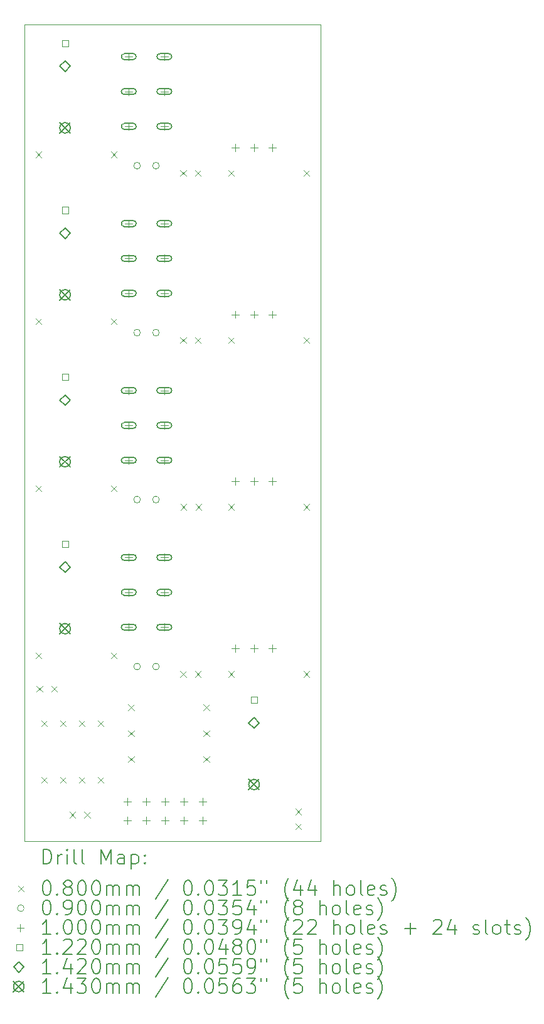
<source format=gbr>
%FSLAX45Y45*%
G04 Gerber Fmt 4.5, Leading zero omitted, Abs format (unit mm)*
G04 Created by KiCad (PCBNEW (6.0.0)) date 2022-07-06 19:49:20*
%MOMM*%
%LPD*%
G01*
G04 APERTURE LIST*
%TA.AperFunction,Profile*%
%ADD10C,0.050000*%
%TD*%
%ADD11C,0.200000*%
%ADD12C,0.080000*%
%ADD13C,0.090000*%
%ADD14C,0.100000*%
%ADD15C,0.122000*%
%ADD16C,0.142000*%
%ADD17C,0.143000*%
G04 APERTURE END LIST*
D10*
X10500000Y-5100000D02*
X10500000Y-16100000D01*
X6500000Y-16100000D02*
X10500000Y-16100000D01*
X6500000Y-5100000D02*
X10500000Y-5100000D01*
X6500000Y-5100000D02*
X6500000Y-16100000D01*
D11*
D12*
X6652000Y-6810000D02*
X6732000Y-6890000D01*
X6732000Y-6810000D02*
X6652000Y-6890000D01*
X6652000Y-9060000D02*
X6732000Y-9140000D01*
X6732000Y-9060000D02*
X6652000Y-9140000D01*
X6652000Y-11310000D02*
X6732000Y-11390000D01*
X6732000Y-11310000D02*
X6652000Y-11390000D01*
X6652000Y-13560000D02*
X6732000Y-13640000D01*
X6732000Y-13560000D02*
X6652000Y-13640000D01*
X6664489Y-14010000D02*
X6744489Y-14090000D01*
X6744489Y-14010000D02*
X6664489Y-14090000D01*
X6730000Y-14478000D02*
X6810000Y-14558000D01*
X6810000Y-14478000D02*
X6730000Y-14558000D01*
X6730000Y-15240000D02*
X6810000Y-15320000D01*
X6810000Y-15240000D02*
X6730000Y-15320000D01*
X6864489Y-14010000D02*
X6944489Y-14090000D01*
X6944489Y-14010000D02*
X6864489Y-14090000D01*
X6984000Y-14478000D02*
X7064000Y-14558000D01*
X7064000Y-14478000D02*
X6984000Y-14558000D01*
X6984000Y-15240000D02*
X7064000Y-15320000D01*
X7064000Y-15240000D02*
X6984000Y-15320000D01*
X7110000Y-15710000D02*
X7190000Y-15790000D01*
X7190000Y-15710000D02*
X7110000Y-15790000D01*
X7238000Y-14478000D02*
X7318000Y-14558000D01*
X7318000Y-14478000D02*
X7238000Y-14558000D01*
X7238000Y-15240000D02*
X7318000Y-15320000D01*
X7318000Y-15240000D02*
X7238000Y-15320000D01*
X7310000Y-15710000D02*
X7390000Y-15790000D01*
X7390000Y-15710000D02*
X7310000Y-15790000D01*
X7492000Y-14478000D02*
X7572000Y-14558000D01*
X7572000Y-14478000D02*
X7492000Y-14558000D01*
X7492000Y-15240000D02*
X7572000Y-15320000D01*
X7572000Y-15240000D02*
X7492000Y-15320000D01*
X7668000Y-6810000D02*
X7748000Y-6890000D01*
X7748000Y-6810000D02*
X7668000Y-6890000D01*
X7668000Y-9060000D02*
X7748000Y-9140000D01*
X7748000Y-9060000D02*
X7668000Y-9140000D01*
X7668000Y-11310000D02*
X7748000Y-11390000D01*
X7748000Y-11310000D02*
X7668000Y-11390000D01*
X7668000Y-13560000D02*
X7748000Y-13640000D01*
X7748000Y-13560000D02*
X7668000Y-13640000D01*
X7902000Y-14260000D02*
X7982000Y-14340000D01*
X7982000Y-14260000D02*
X7902000Y-14340000D01*
X7902000Y-14610000D02*
X7982000Y-14690000D01*
X7982000Y-14610000D02*
X7902000Y-14690000D01*
X7902000Y-14960000D02*
X7982000Y-15040000D01*
X7982000Y-14960000D02*
X7902000Y-15040000D01*
X8605511Y-9310000D02*
X8685511Y-9390000D01*
X8685511Y-9310000D02*
X8605511Y-9390000D01*
X8605511Y-13810000D02*
X8685511Y-13890000D01*
X8685511Y-13810000D02*
X8605511Y-13890000D01*
X8605511Y-7060000D02*
X8685511Y-7140000D01*
X8685511Y-7060000D02*
X8605511Y-7140000D01*
X8610000Y-11560000D02*
X8690000Y-11640000D01*
X8690000Y-11560000D02*
X8610000Y-11640000D01*
X8805511Y-9310000D02*
X8885511Y-9390000D01*
X8885511Y-9310000D02*
X8805511Y-9390000D01*
X8805511Y-13810000D02*
X8885511Y-13890000D01*
X8885511Y-13810000D02*
X8805511Y-13890000D01*
X8805511Y-7060000D02*
X8885511Y-7140000D01*
X8885511Y-7060000D02*
X8805511Y-7140000D01*
X8810000Y-11560000D02*
X8890000Y-11640000D01*
X8890000Y-11560000D02*
X8810000Y-11640000D01*
X8918000Y-14260000D02*
X8998000Y-14340000D01*
X8998000Y-14260000D02*
X8918000Y-14340000D01*
X8918000Y-14610000D02*
X8998000Y-14690000D01*
X8998000Y-14610000D02*
X8918000Y-14690000D01*
X8918000Y-14960000D02*
X8998000Y-15040000D01*
X8998000Y-14960000D02*
X8918000Y-15040000D01*
X9252000Y-7060000D02*
X9332000Y-7140000D01*
X9332000Y-7060000D02*
X9252000Y-7140000D01*
X9252000Y-9310000D02*
X9332000Y-9390000D01*
X9332000Y-9310000D02*
X9252000Y-9390000D01*
X9252000Y-11560000D02*
X9332000Y-11640000D01*
X9332000Y-11560000D02*
X9252000Y-11640000D01*
X9252000Y-13810000D02*
X9332000Y-13890000D01*
X9332000Y-13810000D02*
X9252000Y-13890000D01*
X10160000Y-15664489D02*
X10240000Y-15744489D01*
X10240000Y-15664489D02*
X10160000Y-15744489D01*
X10160000Y-15864489D02*
X10240000Y-15944489D01*
X10240000Y-15864489D02*
X10160000Y-15944489D01*
X10268000Y-7060000D02*
X10348000Y-7140000D01*
X10348000Y-7060000D02*
X10268000Y-7140000D01*
X10268000Y-9310000D02*
X10348000Y-9390000D01*
X10348000Y-9310000D02*
X10268000Y-9390000D01*
X10268000Y-11560000D02*
X10348000Y-11640000D01*
X10348000Y-11560000D02*
X10268000Y-11640000D01*
X10268000Y-13810000D02*
X10348000Y-13890000D01*
X10348000Y-13810000D02*
X10268000Y-13890000D01*
D13*
X8067500Y-7000000D02*
G75*
G03*
X8067500Y-7000000I-45000J0D01*
G01*
X8067500Y-9250000D02*
G75*
G03*
X8067500Y-9250000I-45000J0D01*
G01*
X8067500Y-11500000D02*
G75*
G03*
X8067500Y-11500000I-45000J0D01*
G01*
X8067500Y-13750000D02*
G75*
G03*
X8067500Y-13750000I-45000J0D01*
G01*
X8321500Y-7000000D02*
G75*
G03*
X8321500Y-7000000I-45000J0D01*
G01*
X8321500Y-9250000D02*
G75*
G03*
X8321500Y-9250000I-45000J0D01*
G01*
X8321500Y-11500000D02*
G75*
G03*
X8321500Y-11500000I-45000J0D01*
G01*
X8321500Y-13750000D02*
G75*
G03*
X8321500Y-13750000I-45000J0D01*
G01*
D14*
X7892500Y-15522500D02*
X7892500Y-15622500D01*
X7842500Y-15572500D02*
X7942500Y-15572500D01*
X7892500Y-15776500D02*
X7892500Y-15876500D01*
X7842500Y-15826500D02*
X7942500Y-15826500D01*
X7910000Y-5480000D02*
X7910000Y-5580000D01*
X7860000Y-5530000D02*
X7960000Y-5530000D01*
D11*
X7970000Y-5490000D02*
X7850000Y-5490000D01*
X7970000Y-5570000D02*
X7850000Y-5570000D01*
X7850000Y-5490000D02*
G75*
G03*
X7850000Y-5570000I0J-40000D01*
G01*
X7970000Y-5570000D02*
G75*
G03*
X7970000Y-5490000I0J40000D01*
G01*
D14*
X7910000Y-5950000D02*
X7910000Y-6050000D01*
X7860000Y-6000000D02*
X7960000Y-6000000D01*
D11*
X7970000Y-5960000D02*
X7850000Y-5960000D01*
X7970000Y-6040000D02*
X7850000Y-6040000D01*
X7850000Y-5960000D02*
G75*
G03*
X7850000Y-6040000I0J-40000D01*
G01*
X7970000Y-6040000D02*
G75*
G03*
X7970000Y-5960000I0J40000D01*
G01*
D14*
X7910000Y-6420000D02*
X7910000Y-6520000D01*
X7860000Y-6470000D02*
X7960000Y-6470000D01*
D11*
X7970000Y-6430000D02*
X7850000Y-6430000D01*
X7970000Y-6510000D02*
X7850000Y-6510000D01*
X7850000Y-6430000D02*
G75*
G03*
X7850000Y-6510000I0J-40000D01*
G01*
X7970000Y-6510000D02*
G75*
G03*
X7970000Y-6430000I0J40000D01*
G01*
D14*
X7910000Y-7730000D02*
X7910000Y-7830000D01*
X7860000Y-7780000D02*
X7960000Y-7780000D01*
D11*
X7970000Y-7740000D02*
X7850000Y-7740000D01*
X7970000Y-7820000D02*
X7850000Y-7820000D01*
X7850000Y-7740000D02*
G75*
G03*
X7850000Y-7820000I0J-40000D01*
G01*
X7970000Y-7820000D02*
G75*
G03*
X7970000Y-7740000I0J40000D01*
G01*
D14*
X7910000Y-8200000D02*
X7910000Y-8300000D01*
X7860000Y-8250000D02*
X7960000Y-8250000D01*
D11*
X7970000Y-8210000D02*
X7850000Y-8210000D01*
X7970000Y-8290000D02*
X7850000Y-8290000D01*
X7850000Y-8210000D02*
G75*
G03*
X7850000Y-8290000I0J-40000D01*
G01*
X7970000Y-8290000D02*
G75*
G03*
X7970000Y-8210000I0J40000D01*
G01*
D14*
X7910000Y-8670000D02*
X7910000Y-8770000D01*
X7860000Y-8720000D02*
X7960000Y-8720000D01*
D11*
X7970000Y-8680000D02*
X7850000Y-8680000D01*
X7970000Y-8760000D02*
X7850000Y-8760000D01*
X7850000Y-8680000D02*
G75*
G03*
X7850000Y-8760000I0J-40000D01*
G01*
X7970000Y-8760000D02*
G75*
G03*
X7970000Y-8680000I0J40000D01*
G01*
D14*
X7910000Y-9980000D02*
X7910000Y-10080000D01*
X7860000Y-10030000D02*
X7960000Y-10030000D01*
D11*
X7970000Y-9990000D02*
X7850000Y-9990000D01*
X7970000Y-10070000D02*
X7850000Y-10070000D01*
X7850000Y-9990000D02*
G75*
G03*
X7850000Y-10070000I0J-40000D01*
G01*
X7970000Y-10070000D02*
G75*
G03*
X7970000Y-9990000I0J40000D01*
G01*
D14*
X7910000Y-10450000D02*
X7910000Y-10550000D01*
X7860000Y-10500000D02*
X7960000Y-10500000D01*
D11*
X7970000Y-10460000D02*
X7850000Y-10460000D01*
X7970000Y-10540000D02*
X7850000Y-10540000D01*
X7850000Y-10460000D02*
G75*
G03*
X7850000Y-10540000I0J-40000D01*
G01*
X7970000Y-10540000D02*
G75*
G03*
X7970000Y-10460000I0J40000D01*
G01*
D14*
X7910000Y-10920000D02*
X7910000Y-11020000D01*
X7860000Y-10970000D02*
X7960000Y-10970000D01*
D11*
X7970000Y-10930000D02*
X7850000Y-10930000D01*
X7970000Y-11010000D02*
X7850000Y-11010000D01*
X7850000Y-10930000D02*
G75*
G03*
X7850000Y-11010000I0J-40000D01*
G01*
X7970000Y-11010000D02*
G75*
G03*
X7970000Y-10930000I0J40000D01*
G01*
D14*
X7910000Y-12230000D02*
X7910000Y-12330000D01*
X7860000Y-12280000D02*
X7960000Y-12280000D01*
D11*
X7970000Y-12240000D02*
X7850000Y-12240000D01*
X7970000Y-12320000D02*
X7850000Y-12320000D01*
X7850000Y-12240000D02*
G75*
G03*
X7850000Y-12320000I0J-40000D01*
G01*
X7970000Y-12320000D02*
G75*
G03*
X7970000Y-12240000I0J40000D01*
G01*
D14*
X7910000Y-12700000D02*
X7910000Y-12800000D01*
X7860000Y-12750000D02*
X7960000Y-12750000D01*
D11*
X7970000Y-12710000D02*
X7850000Y-12710000D01*
X7970000Y-12790000D02*
X7850000Y-12790000D01*
X7850000Y-12710000D02*
G75*
G03*
X7850000Y-12790000I0J-40000D01*
G01*
X7970000Y-12790000D02*
G75*
G03*
X7970000Y-12710000I0J40000D01*
G01*
D14*
X7910000Y-13170000D02*
X7910000Y-13270000D01*
X7860000Y-13220000D02*
X7960000Y-13220000D01*
D11*
X7970000Y-13180000D02*
X7850000Y-13180000D01*
X7970000Y-13260000D02*
X7850000Y-13260000D01*
X7850000Y-13180000D02*
G75*
G03*
X7850000Y-13260000I0J-40000D01*
G01*
X7970000Y-13260000D02*
G75*
G03*
X7970000Y-13180000I0J40000D01*
G01*
D14*
X8146500Y-15522500D02*
X8146500Y-15622500D01*
X8096500Y-15572500D02*
X8196500Y-15572500D01*
X8146500Y-15776500D02*
X8146500Y-15876500D01*
X8096500Y-15826500D02*
X8196500Y-15826500D01*
X8390000Y-5480000D02*
X8390000Y-5580000D01*
X8340000Y-5530000D02*
X8440000Y-5530000D01*
D11*
X8450000Y-5490000D02*
X8330000Y-5490000D01*
X8450000Y-5570000D02*
X8330000Y-5570000D01*
X8330000Y-5490000D02*
G75*
G03*
X8330000Y-5570000I0J-40000D01*
G01*
X8450000Y-5570000D02*
G75*
G03*
X8450000Y-5490000I0J40000D01*
G01*
D14*
X8390000Y-5950000D02*
X8390000Y-6050000D01*
X8340000Y-6000000D02*
X8440000Y-6000000D01*
D11*
X8450000Y-5960000D02*
X8330000Y-5960000D01*
X8450000Y-6040000D02*
X8330000Y-6040000D01*
X8330000Y-5960000D02*
G75*
G03*
X8330000Y-6040000I0J-40000D01*
G01*
X8450000Y-6040000D02*
G75*
G03*
X8450000Y-5960000I0J40000D01*
G01*
D14*
X8390000Y-6420000D02*
X8390000Y-6520000D01*
X8340000Y-6470000D02*
X8440000Y-6470000D01*
D11*
X8450000Y-6430000D02*
X8330000Y-6430000D01*
X8450000Y-6510000D02*
X8330000Y-6510000D01*
X8330000Y-6430000D02*
G75*
G03*
X8330000Y-6510000I0J-40000D01*
G01*
X8450000Y-6510000D02*
G75*
G03*
X8450000Y-6430000I0J40000D01*
G01*
D14*
X8390000Y-7730000D02*
X8390000Y-7830000D01*
X8340000Y-7780000D02*
X8440000Y-7780000D01*
D11*
X8450000Y-7740000D02*
X8330000Y-7740000D01*
X8450000Y-7820000D02*
X8330000Y-7820000D01*
X8330000Y-7740000D02*
G75*
G03*
X8330000Y-7820000I0J-40000D01*
G01*
X8450000Y-7820000D02*
G75*
G03*
X8450000Y-7740000I0J40000D01*
G01*
D14*
X8390000Y-8200000D02*
X8390000Y-8300000D01*
X8340000Y-8250000D02*
X8440000Y-8250000D01*
D11*
X8450000Y-8210000D02*
X8330000Y-8210000D01*
X8450000Y-8290000D02*
X8330000Y-8290000D01*
X8330000Y-8210000D02*
G75*
G03*
X8330000Y-8290000I0J-40000D01*
G01*
X8450000Y-8290000D02*
G75*
G03*
X8450000Y-8210000I0J40000D01*
G01*
D14*
X8390000Y-8670000D02*
X8390000Y-8770000D01*
X8340000Y-8720000D02*
X8440000Y-8720000D01*
D11*
X8450000Y-8680000D02*
X8330000Y-8680000D01*
X8450000Y-8760000D02*
X8330000Y-8760000D01*
X8330000Y-8680000D02*
G75*
G03*
X8330000Y-8760000I0J-40000D01*
G01*
X8450000Y-8760000D02*
G75*
G03*
X8450000Y-8680000I0J40000D01*
G01*
D14*
X8390000Y-9980000D02*
X8390000Y-10080000D01*
X8340000Y-10030000D02*
X8440000Y-10030000D01*
D11*
X8450000Y-9990000D02*
X8330000Y-9990000D01*
X8450000Y-10070000D02*
X8330000Y-10070000D01*
X8330000Y-9990000D02*
G75*
G03*
X8330000Y-10070000I0J-40000D01*
G01*
X8450000Y-10070000D02*
G75*
G03*
X8450000Y-9990000I0J40000D01*
G01*
D14*
X8390000Y-10450000D02*
X8390000Y-10550000D01*
X8340000Y-10500000D02*
X8440000Y-10500000D01*
D11*
X8450000Y-10460000D02*
X8330000Y-10460000D01*
X8450000Y-10540000D02*
X8330000Y-10540000D01*
X8330000Y-10460000D02*
G75*
G03*
X8330000Y-10540000I0J-40000D01*
G01*
X8450000Y-10540000D02*
G75*
G03*
X8450000Y-10460000I0J40000D01*
G01*
D14*
X8390000Y-10920000D02*
X8390000Y-11020000D01*
X8340000Y-10970000D02*
X8440000Y-10970000D01*
D11*
X8450000Y-10930000D02*
X8330000Y-10930000D01*
X8450000Y-11010000D02*
X8330000Y-11010000D01*
X8330000Y-10930000D02*
G75*
G03*
X8330000Y-11010000I0J-40000D01*
G01*
X8450000Y-11010000D02*
G75*
G03*
X8450000Y-10930000I0J40000D01*
G01*
D14*
X8390000Y-12230000D02*
X8390000Y-12330000D01*
X8340000Y-12280000D02*
X8440000Y-12280000D01*
D11*
X8450000Y-12240000D02*
X8330000Y-12240000D01*
X8450000Y-12320000D02*
X8330000Y-12320000D01*
X8330000Y-12240000D02*
G75*
G03*
X8330000Y-12320000I0J-40000D01*
G01*
X8450000Y-12320000D02*
G75*
G03*
X8450000Y-12240000I0J40000D01*
G01*
D14*
X8390000Y-12700000D02*
X8390000Y-12800000D01*
X8340000Y-12750000D02*
X8440000Y-12750000D01*
D11*
X8450000Y-12710000D02*
X8330000Y-12710000D01*
X8450000Y-12790000D02*
X8330000Y-12790000D01*
X8330000Y-12710000D02*
G75*
G03*
X8330000Y-12790000I0J-40000D01*
G01*
X8450000Y-12790000D02*
G75*
G03*
X8450000Y-12710000I0J40000D01*
G01*
D14*
X8390000Y-13170000D02*
X8390000Y-13270000D01*
X8340000Y-13220000D02*
X8440000Y-13220000D01*
D11*
X8450000Y-13180000D02*
X8330000Y-13180000D01*
X8450000Y-13260000D02*
X8330000Y-13260000D01*
X8330000Y-13180000D02*
G75*
G03*
X8330000Y-13260000I0J-40000D01*
G01*
X8450000Y-13260000D02*
G75*
G03*
X8450000Y-13180000I0J40000D01*
G01*
D14*
X8400500Y-15522500D02*
X8400500Y-15622500D01*
X8350500Y-15572500D02*
X8450500Y-15572500D01*
X8400500Y-15776500D02*
X8400500Y-15876500D01*
X8350500Y-15826500D02*
X8450500Y-15826500D01*
X8654500Y-15522500D02*
X8654500Y-15622500D01*
X8604500Y-15572500D02*
X8704500Y-15572500D01*
X8654500Y-15776500D02*
X8654500Y-15876500D01*
X8604500Y-15826500D02*
X8704500Y-15826500D01*
X8908500Y-15522500D02*
X8908500Y-15622500D01*
X8858500Y-15572500D02*
X8958500Y-15572500D01*
X8908500Y-15776500D02*
X8908500Y-15876500D01*
X8858500Y-15826500D02*
X8958500Y-15826500D01*
X9350000Y-6705000D02*
X9350000Y-6805000D01*
X9300000Y-6755000D02*
X9400000Y-6755000D01*
X9350000Y-8955000D02*
X9350000Y-9055000D01*
X9300000Y-9005000D02*
X9400000Y-9005000D01*
X9350000Y-11205000D02*
X9350000Y-11305000D01*
X9300000Y-11255000D02*
X9400000Y-11255000D01*
X9350000Y-13455000D02*
X9350000Y-13555000D01*
X9300000Y-13505000D02*
X9400000Y-13505000D01*
X9600000Y-6705000D02*
X9600000Y-6805000D01*
X9550000Y-6755000D02*
X9650000Y-6755000D01*
X9600000Y-8955000D02*
X9600000Y-9055000D01*
X9550000Y-9005000D02*
X9650000Y-9005000D01*
X9600000Y-11205000D02*
X9600000Y-11305000D01*
X9550000Y-11255000D02*
X9650000Y-11255000D01*
X9600000Y-13455000D02*
X9600000Y-13555000D01*
X9550000Y-13505000D02*
X9650000Y-13505000D01*
X9850000Y-6705000D02*
X9850000Y-6805000D01*
X9800000Y-6755000D02*
X9900000Y-6755000D01*
X9850000Y-8955000D02*
X9850000Y-9055000D01*
X9800000Y-9005000D02*
X9900000Y-9005000D01*
X9850000Y-11205000D02*
X9850000Y-11305000D01*
X9800000Y-11255000D02*
X9900000Y-11255000D01*
X9850000Y-13455000D02*
X9850000Y-13555000D01*
X9800000Y-13505000D02*
X9900000Y-13505000D01*
D15*
X7093134Y-5393134D02*
X7093134Y-5306866D01*
X7006866Y-5306866D01*
X7006866Y-5393134D01*
X7093134Y-5393134D01*
X7093134Y-7643134D02*
X7093134Y-7556866D01*
X7006866Y-7556866D01*
X7006866Y-7643134D01*
X7093134Y-7643134D01*
X7093134Y-9893134D02*
X7093134Y-9806866D01*
X7006866Y-9806866D01*
X7006866Y-9893134D01*
X7093134Y-9893134D01*
X7093134Y-12143134D02*
X7093134Y-12056866D01*
X7006866Y-12056866D01*
X7006866Y-12143134D01*
X7093134Y-12143134D01*
X9643134Y-14243134D02*
X9643134Y-14156866D01*
X9556866Y-14156866D01*
X9556866Y-14243134D01*
X9643134Y-14243134D01*
D16*
X7050000Y-5731000D02*
X7121000Y-5660000D01*
X7050000Y-5589000D01*
X6979000Y-5660000D01*
X7050000Y-5731000D01*
X7050000Y-7981000D02*
X7121000Y-7910000D01*
X7050000Y-7839000D01*
X6979000Y-7910000D01*
X7050000Y-7981000D01*
X7050000Y-10231000D02*
X7121000Y-10160000D01*
X7050000Y-10089000D01*
X6979000Y-10160000D01*
X7050000Y-10231000D01*
X7050000Y-12481000D02*
X7121000Y-12410000D01*
X7050000Y-12339000D01*
X6979000Y-12410000D01*
X7050000Y-12481000D01*
X9600000Y-14581000D02*
X9671000Y-14510000D01*
X9600000Y-14439000D01*
X9529000Y-14510000D01*
X9600000Y-14581000D01*
D17*
X6978500Y-6418500D02*
X7121500Y-6561500D01*
X7121500Y-6418500D02*
X6978500Y-6561500D01*
X7121500Y-6490000D02*
G75*
G03*
X7121500Y-6490000I-71500J0D01*
G01*
X6978500Y-8668500D02*
X7121500Y-8811500D01*
X7121500Y-8668500D02*
X6978500Y-8811500D01*
X7121500Y-8740000D02*
G75*
G03*
X7121500Y-8740000I-71500J0D01*
G01*
X6978500Y-10918500D02*
X7121500Y-11061500D01*
X7121500Y-10918500D02*
X6978500Y-11061500D01*
X7121500Y-10990000D02*
G75*
G03*
X7121500Y-10990000I-71500J0D01*
G01*
X6978500Y-13168500D02*
X7121500Y-13311500D01*
X7121500Y-13168500D02*
X6978500Y-13311500D01*
X7121500Y-13240000D02*
G75*
G03*
X7121500Y-13240000I-71500J0D01*
G01*
X9528500Y-15268500D02*
X9671500Y-15411500D01*
X9671500Y-15268500D02*
X9528500Y-15411500D01*
X9671500Y-15340000D02*
G75*
G03*
X9671500Y-15340000I-71500J0D01*
G01*
D11*
X6755119Y-16412976D02*
X6755119Y-16212976D01*
X6802738Y-16212976D01*
X6831309Y-16222500D01*
X6850357Y-16241548D01*
X6859881Y-16260595D01*
X6869405Y-16298690D01*
X6869405Y-16327262D01*
X6859881Y-16365357D01*
X6850357Y-16384405D01*
X6831309Y-16403452D01*
X6802738Y-16412976D01*
X6755119Y-16412976D01*
X6955119Y-16412976D02*
X6955119Y-16279643D01*
X6955119Y-16317738D02*
X6964643Y-16298690D01*
X6974166Y-16289167D01*
X6993214Y-16279643D01*
X7012262Y-16279643D01*
X7078928Y-16412976D02*
X7078928Y-16279643D01*
X7078928Y-16212976D02*
X7069405Y-16222500D01*
X7078928Y-16232024D01*
X7088452Y-16222500D01*
X7078928Y-16212976D01*
X7078928Y-16232024D01*
X7202738Y-16412976D02*
X7183690Y-16403452D01*
X7174166Y-16384405D01*
X7174166Y-16212976D01*
X7307500Y-16412976D02*
X7288452Y-16403452D01*
X7278928Y-16384405D01*
X7278928Y-16212976D01*
X7536071Y-16412976D02*
X7536071Y-16212976D01*
X7602738Y-16355833D01*
X7669405Y-16212976D01*
X7669405Y-16412976D01*
X7850357Y-16412976D02*
X7850357Y-16308214D01*
X7840833Y-16289167D01*
X7821786Y-16279643D01*
X7783690Y-16279643D01*
X7764643Y-16289167D01*
X7850357Y-16403452D02*
X7831309Y-16412976D01*
X7783690Y-16412976D01*
X7764643Y-16403452D01*
X7755119Y-16384405D01*
X7755119Y-16365357D01*
X7764643Y-16346309D01*
X7783690Y-16336786D01*
X7831309Y-16336786D01*
X7850357Y-16327262D01*
X7945595Y-16279643D02*
X7945595Y-16479643D01*
X7945595Y-16289167D02*
X7964643Y-16279643D01*
X8002738Y-16279643D01*
X8021786Y-16289167D01*
X8031309Y-16298690D01*
X8040833Y-16317738D01*
X8040833Y-16374881D01*
X8031309Y-16393928D01*
X8021786Y-16403452D01*
X8002738Y-16412976D01*
X7964643Y-16412976D01*
X7945595Y-16403452D01*
X8126547Y-16393928D02*
X8136071Y-16403452D01*
X8126547Y-16412976D01*
X8117024Y-16403452D01*
X8126547Y-16393928D01*
X8126547Y-16412976D01*
X8126547Y-16289167D02*
X8136071Y-16298690D01*
X8126547Y-16308214D01*
X8117024Y-16298690D01*
X8126547Y-16289167D01*
X8126547Y-16308214D01*
D12*
X6417500Y-16702500D02*
X6497500Y-16782500D01*
X6497500Y-16702500D02*
X6417500Y-16782500D01*
D11*
X6793214Y-16632976D02*
X6812262Y-16632976D01*
X6831309Y-16642500D01*
X6840833Y-16652024D01*
X6850357Y-16671071D01*
X6859881Y-16709167D01*
X6859881Y-16756786D01*
X6850357Y-16794881D01*
X6840833Y-16813929D01*
X6831309Y-16823452D01*
X6812262Y-16832976D01*
X6793214Y-16832976D01*
X6774166Y-16823452D01*
X6764643Y-16813929D01*
X6755119Y-16794881D01*
X6745595Y-16756786D01*
X6745595Y-16709167D01*
X6755119Y-16671071D01*
X6764643Y-16652024D01*
X6774166Y-16642500D01*
X6793214Y-16632976D01*
X6945595Y-16813929D02*
X6955119Y-16823452D01*
X6945595Y-16832976D01*
X6936071Y-16823452D01*
X6945595Y-16813929D01*
X6945595Y-16832976D01*
X7069405Y-16718690D02*
X7050357Y-16709167D01*
X7040833Y-16699643D01*
X7031309Y-16680595D01*
X7031309Y-16671071D01*
X7040833Y-16652024D01*
X7050357Y-16642500D01*
X7069405Y-16632976D01*
X7107500Y-16632976D01*
X7126547Y-16642500D01*
X7136071Y-16652024D01*
X7145595Y-16671071D01*
X7145595Y-16680595D01*
X7136071Y-16699643D01*
X7126547Y-16709167D01*
X7107500Y-16718690D01*
X7069405Y-16718690D01*
X7050357Y-16728214D01*
X7040833Y-16737738D01*
X7031309Y-16756786D01*
X7031309Y-16794881D01*
X7040833Y-16813929D01*
X7050357Y-16823452D01*
X7069405Y-16832976D01*
X7107500Y-16832976D01*
X7126547Y-16823452D01*
X7136071Y-16813929D01*
X7145595Y-16794881D01*
X7145595Y-16756786D01*
X7136071Y-16737738D01*
X7126547Y-16728214D01*
X7107500Y-16718690D01*
X7269405Y-16632976D02*
X7288452Y-16632976D01*
X7307500Y-16642500D01*
X7317024Y-16652024D01*
X7326547Y-16671071D01*
X7336071Y-16709167D01*
X7336071Y-16756786D01*
X7326547Y-16794881D01*
X7317024Y-16813929D01*
X7307500Y-16823452D01*
X7288452Y-16832976D01*
X7269405Y-16832976D01*
X7250357Y-16823452D01*
X7240833Y-16813929D01*
X7231309Y-16794881D01*
X7221786Y-16756786D01*
X7221786Y-16709167D01*
X7231309Y-16671071D01*
X7240833Y-16652024D01*
X7250357Y-16642500D01*
X7269405Y-16632976D01*
X7459881Y-16632976D02*
X7478928Y-16632976D01*
X7497976Y-16642500D01*
X7507500Y-16652024D01*
X7517024Y-16671071D01*
X7526547Y-16709167D01*
X7526547Y-16756786D01*
X7517024Y-16794881D01*
X7507500Y-16813929D01*
X7497976Y-16823452D01*
X7478928Y-16832976D01*
X7459881Y-16832976D01*
X7440833Y-16823452D01*
X7431309Y-16813929D01*
X7421786Y-16794881D01*
X7412262Y-16756786D01*
X7412262Y-16709167D01*
X7421786Y-16671071D01*
X7431309Y-16652024D01*
X7440833Y-16642500D01*
X7459881Y-16632976D01*
X7612262Y-16832976D02*
X7612262Y-16699643D01*
X7612262Y-16718690D02*
X7621786Y-16709167D01*
X7640833Y-16699643D01*
X7669405Y-16699643D01*
X7688452Y-16709167D01*
X7697976Y-16728214D01*
X7697976Y-16832976D01*
X7697976Y-16728214D02*
X7707500Y-16709167D01*
X7726547Y-16699643D01*
X7755119Y-16699643D01*
X7774166Y-16709167D01*
X7783690Y-16728214D01*
X7783690Y-16832976D01*
X7878928Y-16832976D02*
X7878928Y-16699643D01*
X7878928Y-16718690D02*
X7888452Y-16709167D01*
X7907500Y-16699643D01*
X7936071Y-16699643D01*
X7955119Y-16709167D01*
X7964643Y-16728214D01*
X7964643Y-16832976D01*
X7964643Y-16728214D02*
X7974166Y-16709167D01*
X7993214Y-16699643D01*
X8021786Y-16699643D01*
X8040833Y-16709167D01*
X8050357Y-16728214D01*
X8050357Y-16832976D01*
X8440833Y-16623452D02*
X8269405Y-16880595D01*
X8697976Y-16632976D02*
X8717024Y-16632976D01*
X8736071Y-16642500D01*
X8745595Y-16652024D01*
X8755119Y-16671071D01*
X8764643Y-16709167D01*
X8764643Y-16756786D01*
X8755119Y-16794881D01*
X8745595Y-16813929D01*
X8736071Y-16823452D01*
X8717024Y-16832976D01*
X8697976Y-16832976D01*
X8678928Y-16823452D01*
X8669405Y-16813929D01*
X8659881Y-16794881D01*
X8650357Y-16756786D01*
X8650357Y-16709167D01*
X8659881Y-16671071D01*
X8669405Y-16652024D01*
X8678928Y-16642500D01*
X8697976Y-16632976D01*
X8850357Y-16813929D02*
X8859881Y-16823452D01*
X8850357Y-16832976D01*
X8840833Y-16823452D01*
X8850357Y-16813929D01*
X8850357Y-16832976D01*
X8983690Y-16632976D02*
X9002738Y-16632976D01*
X9021786Y-16642500D01*
X9031309Y-16652024D01*
X9040833Y-16671071D01*
X9050357Y-16709167D01*
X9050357Y-16756786D01*
X9040833Y-16794881D01*
X9031309Y-16813929D01*
X9021786Y-16823452D01*
X9002738Y-16832976D01*
X8983690Y-16832976D01*
X8964643Y-16823452D01*
X8955119Y-16813929D01*
X8945595Y-16794881D01*
X8936071Y-16756786D01*
X8936071Y-16709167D01*
X8945595Y-16671071D01*
X8955119Y-16652024D01*
X8964643Y-16642500D01*
X8983690Y-16632976D01*
X9117024Y-16632976D02*
X9240833Y-16632976D01*
X9174167Y-16709167D01*
X9202738Y-16709167D01*
X9221786Y-16718690D01*
X9231309Y-16728214D01*
X9240833Y-16747262D01*
X9240833Y-16794881D01*
X9231309Y-16813929D01*
X9221786Y-16823452D01*
X9202738Y-16832976D01*
X9145595Y-16832976D01*
X9126548Y-16823452D01*
X9117024Y-16813929D01*
X9431309Y-16832976D02*
X9317024Y-16832976D01*
X9374167Y-16832976D02*
X9374167Y-16632976D01*
X9355119Y-16661548D01*
X9336071Y-16680595D01*
X9317024Y-16690119D01*
X9612262Y-16632976D02*
X9517024Y-16632976D01*
X9507500Y-16728214D01*
X9517024Y-16718690D01*
X9536071Y-16709167D01*
X9583690Y-16709167D01*
X9602738Y-16718690D01*
X9612262Y-16728214D01*
X9621786Y-16747262D01*
X9621786Y-16794881D01*
X9612262Y-16813929D01*
X9602738Y-16823452D01*
X9583690Y-16832976D01*
X9536071Y-16832976D01*
X9517024Y-16823452D01*
X9507500Y-16813929D01*
X9697976Y-16632976D02*
X9697976Y-16671071D01*
X9774167Y-16632976D02*
X9774167Y-16671071D01*
X10069405Y-16909167D02*
X10059881Y-16899643D01*
X10040833Y-16871071D01*
X10031309Y-16852024D01*
X10021786Y-16823452D01*
X10012262Y-16775833D01*
X10012262Y-16737738D01*
X10021786Y-16690119D01*
X10031309Y-16661548D01*
X10040833Y-16642500D01*
X10059881Y-16613928D01*
X10069405Y-16604405D01*
X10231309Y-16699643D02*
X10231309Y-16832976D01*
X10183690Y-16623452D02*
X10136071Y-16766309D01*
X10259881Y-16766309D01*
X10421786Y-16699643D02*
X10421786Y-16832976D01*
X10374167Y-16623452D02*
X10326548Y-16766309D01*
X10450357Y-16766309D01*
X10678928Y-16832976D02*
X10678928Y-16632976D01*
X10764643Y-16832976D02*
X10764643Y-16728214D01*
X10755119Y-16709167D01*
X10736071Y-16699643D01*
X10707500Y-16699643D01*
X10688452Y-16709167D01*
X10678928Y-16718690D01*
X10888452Y-16832976D02*
X10869405Y-16823452D01*
X10859881Y-16813929D01*
X10850357Y-16794881D01*
X10850357Y-16737738D01*
X10859881Y-16718690D01*
X10869405Y-16709167D01*
X10888452Y-16699643D01*
X10917024Y-16699643D01*
X10936071Y-16709167D01*
X10945595Y-16718690D01*
X10955119Y-16737738D01*
X10955119Y-16794881D01*
X10945595Y-16813929D01*
X10936071Y-16823452D01*
X10917024Y-16832976D01*
X10888452Y-16832976D01*
X11069405Y-16832976D02*
X11050357Y-16823452D01*
X11040833Y-16804405D01*
X11040833Y-16632976D01*
X11221786Y-16823452D02*
X11202738Y-16832976D01*
X11164643Y-16832976D01*
X11145595Y-16823452D01*
X11136071Y-16804405D01*
X11136071Y-16728214D01*
X11145595Y-16709167D01*
X11164643Y-16699643D01*
X11202738Y-16699643D01*
X11221786Y-16709167D01*
X11231309Y-16728214D01*
X11231309Y-16747262D01*
X11136071Y-16766309D01*
X11307500Y-16823452D02*
X11326547Y-16832976D01*
X11364643Y-16832976D01*
X11383690Y-16823452D01*
X11393214Y-16804405D01*
X11393214Y-16794881D01*
X11383690Y-16775833D01*
X11364643Y-16766309D01*
X11336071Y-16766309D01*
X11317024Y-16756786D01*
X11307500Y-16737738D01*
X11307500Y-16728214D01*
X11317024Y-16709167D01*
X11336071Y-16699643D01*
X11364643Y-16699643D01*
X11383690Y-16709167D01*
X11459881Y-16909167D02*
X11469405Y-16899643D01*
X11488452Y-16871071D01*
X11497976Y-16852024D01*
X11507500Y-16823452D01*
X11517024Y-16775833D01*
X11517024Y-16737738D01*
X11507500Y-16690119D01*
X11497976Y-16661548D01*
X11488452Y-16642500D01*
X11469405Y-16613928D01*
X11459881Y-16604405D01*
D13*
X6497500Y-17006500D02*
G75*
G03*
X6497500Y-17006500I-45000J0D01*
G01*
D11*
X6793214Y-16896976D02*
X6812262Y-16896976D01*
X6831309Y-16906500D01*
X6840833Y-16916024D01*
X6850357Y-16935071D01*
X6859881Y-16973167D01*
X6859881Y-17020786D01*
X6850357Y-17058881D01*
X6840833Y-17077929D01*
X6831309Y-17087452D01*
X6812262Y-17096976D01*
X6793214Y-17096976D01*
X6774166Y-17087452D01*
X6764643Y-17077929D01*
X6755119Y-17058881D01*
X6745595Y-17020786D01*
X6745595Y-16973167D01*
X6755119Y-16935071D01*
X6764643Y-16916024D01*
X6774166Y-16906500D01*
X6793214Y-16896976D01*
X6945595Y-17077929D02*
X6955119Y-17087452D01*
X6945595Y-17096976D01*
X6936071Y-17087452D01*
X6945595Y-17077929D01*
X6945595Y-17096976D01*
X7050357Y-17096976D02*
X7088452Y-17096976D01*
X7107500Y-17087452D01*
X7117024Y-17077929D01*
X7136071Y-17049357D01*
X7145595Y-17011262D01*
X7145595Y-16935071D01*
X7136071Y-16916024D01*
X7126547Y-16906500D01*
X7107500Y-16896976D01*
X7069405Y-16896976D01*
X7050357Y-16906500D01*
X7040833Y-16916024D01*
X7031309Y-16935071D01*
X7031309Y-16982690D01*
X7040833Y-17001738D01*
X7050357Y-17011262D01*
X7069405Y-17020786D01*
X7107500Y-17020786D01*
X7126547Y-17011262D01*
X7136071Y-17001738D01*
X7145595Y-16982690D01*
X7269405Y-16896976D02*
X7288452Y-16896976D01*
X7307500Y-16906500D01*
X7317024Y-16916024D01*
X7326547Y-16935071D01*
X7336071Y-16973167D01*
X7336071Y-17020786D01*
X7326547Y-17058881D01*
X7317024Y-17077929D01*
X7307500Y-17087452D01*
X7288452Y-17096976D01*
X7269405Y-17096976D01*
X7250357Y-17087452D01*
X7240833Y-17077929D01*
X7231309Y-17058881D01*
X7221786Y-17020786D01*
X7221786Y-16973167D01*
X7231309Y-16935071D01*
X7240833Y-16916024D01*
X7250357Y-16906500D01*
X7269405Y-16896976D01*
X7459881Y-16896976D02*
X7478928Y-16896976D01*
X7497976Y-16906500D01*
X7507500Y-16916024D01*
X7517024Y-16935071D01*
X7526547Y-16973167D01*
X7526547Y-17020786D01*
X7517024Y-17058881D01*
X7507500Y-17077929D01*
X7497976Y-17087452D01*
X7478928Y-17096976D01*
X7459881Y-17096976D01*
X7440833Y-17087452D01*
X7431309Y-17077929D01*
X7421786Y-17058881D01*
X7412262Y-17020786D01*
X7412262Y-16973167D01*
X7421786Y-16935071D01*
X7431309Y-16916024D01*
X7440833Y-16906500D01*
X7459881Y-16896976D01*
X7612262Y-17096976D02*
X7612262Y-16963643D01*
X7612262Y-16982690D02*
X7621786Y-16973167D01*
X7640833Y-16963643D01*
X7669405Y-16963643D01*
X7688452Y-16973167D01*
X7697976Y-16992214D01*
X7697976Y-17096976D01*
X7697976Y-16992214D02*
X7707500Y-16973167D01*
X7726547Y-16963643D01*
X7755119Y-16963643D01*
X7774166Y-16973167D01*
X7783690Y-16992214D01*
X7783690Y-17096976D01*
X7878928Y-17096976D02*
X7878928Y-16963643D01*
X7878928Y-16982690D02*
X7888452Y-16973167D01*
X7907500Y-16963643D01*
X7936071Y-16963643D01*
X7955119Y-16973167D01*
X7964643Y-16992214D01*
X7964643Y-17096976D01*
X7964643Y-16992214D02*
X7974166Y-16973167D01*
X7993214Y-16963643D01*
X8021786Y-16963643D01*
X8040833Y-16973167D01*
X8050357Y-16992214D01*
X8050357Y-17096976D01*
X8440833Y-16887452D02*
X8269405Y-17144595D01*
X8697976Y-16896976D02*
X8717024Y-16896976D01*
X8736071Y-16906500D01*
X8745595Y-16916024D01*
X8755119Y-16935071D01*
X8764643Y-16973167D01*
X8764643Y-17020786D01*
X8755119Y-17058881D01*
X8745595Y-17077929D01*
X8736071Y-17087452D01*
X8717024Y-17096976D01*
X8697976Y-17096976D01*
X8678928Y-17087452D01*
X8669405Y-17077929D01*
X8659881Y-17058881D01*
X8650357Y-17020786D01*
X8650357Y-16973167D01*
X8659881Y-16935071D01*
X8669405Y-16916024D01*
X8678928Y-16906500D01*
X8697976Y-16896976D01*
X8850357Y-17077929D02*
X8859881Y-17087452D01*
X8850357Y-17096976D01*
X8840833Y-17087452D01*
X8850357Y-17077929D01*
X8850357Y-17096976D01*
X8983690Y-16896976D02*
X9002738Y-16896976D01*
X9021786Y-16906500D01*
X9031309Y-16916024D01*
X9040833Y-16935071D01*
X9050357Y-16973167D01*
X9050357Y-17020786D01*
X9040833Y-17058881D01*
X9031309Y-17077929D01*
X9021786Y-17087452D01*
X9002738Y-17096976D01*
X8983690Y-17096976D01*
X8964643Y-17087452D01*
X8955119Y-17077929D01*
X8945595Y-17058881D01*
X8936071Y-17020786D01*
X8936071Y-16973167D01*
X8945595Y-16935071D01*
X8955119Y-16916024D01*
X8964643Y-16906500D01*
X8983690Y-16896976D01*
X9117024Y-16896976D02*
X9240833Y-16896976D01*
X9174167Y-16973167D01*
X9202738Y-16973167D01*
X9221786Y-16982690D01*
X9231309Y-16992214D01*
X9240833Y-17011262D01*
X9240833Y-17058881D01*
X9231309Y-17077929D01*
X9221786Y-17087452D01*
X9202738Y-17096976D01*
X9145595Y-17096976D01*
X9126548Y-17087452D01*
X9117024Y-17077929D01*
X9421786Y-16896976D02*
X9326548Y-16896976D01*
X9317024Y-16992214D01*
X9326548Y-16982690D01*
X9345595Y-16973167D01*
X9393214Y-16973167D01*
X9412262Y-16982690D01*
X9421786Y-16992214D01*
X9431309Y-17011262D01*
X9431309Y-17058881D01*
X9421786Y-17077929D01*
X9412262Y-17087452D01*
X9393214Y-17096976D01*
X9345595Y-17096976D01*
X9326548Y-17087452D01*
X9317024Y-17077929D01*
X9602738Y-16963643D02*
X9602738Y-17096976D01*
X9555119Y-16887452D02*
X9507500Y-17030310D01*
X9631309Y-17030310D01*
X9697976Y-16896976D02*
X9697976Y-16935071D01*
X9774167Y-16896976D02*
X9774167Y-16935071D01*
X10069405Y-17173167D02*
X10059881Y-17163643D01*
X10040833Y-17135071D01*
X10031309Y-17116024D01*
X10021786Y-17087452D01*
X10012262Y-17039833D01*
X10012262Y-17001738D01*
X10021786Y-16954119D01*
X10031309Y-16925548D01*
X10040833Y-16906500D01*
X10059881Y-16877929D01*
X10069405Y-16868405D01*
X10174167Y-16982690D02*
X10155119Y-16973167D01*
X10145595Y-16963643D01*
X10136071Y-16944595D01*
X10136071Y-16935071D01*
X10145595Y-16916024D01*
X10155119Y-16906500D01*
X10174167Y-16896976D01*
X10212262Y-16896976D01*
X10231309Y-16906500D01*
X10240833Y-16916024D01*
X10250357Y-16935071D01*
X10250357Y-16944595D01*
X10240833Y-16963643D01*
X10231309Y-16973167D01*
X10212262Y-16982690D01*
X10174167Y-16982690D01*
X10155119Y-16992214D01*
X10145595Y-17001738D01*
X10136071Y-17020786D01*
X10136071Y-17058881D01*
X10145595Y-17077929D01*
X10155119Y-17087452D01*
X10174167Y-17096976D01*
X10212262Y-17096976D01*
X10231309Y-17087452D01*
X10240833Y-17077929D01*
X10250357Y-17058881D01*
X10250357Y-17020786D01*
X10240833Y-17001738D01*
X10231309Y-16992214D01*
X10212262Y-16982690D01*
X10488452Y-17096976D02*
X10488452Y-16896976D01*
X10574167Y-17096976D02*
X10574167Y-16992214D01*
X10564643Y-16973167D01*
X10545595Y-16963643D01*
X10517024Y-16963643D01*
X10497976Y-16973167D01*
X10488452Y-16982690D01*
X10697976Y-17096976D02*
X10678928Y-17087452D01*
X10669405Y-17077929D01*
X10659881Y-17058881D01*
X10659881Y-17001738D01*
X10669405Y-16982690D01*
X10678928Y-16973167D01*
X10697976Y-16963643D01*
X10726548Y-16963643D01*
X10745595Y-16973167D01*
X10755119Y-16982690D01*
X10764643Y-17001738D01*
X10764643Y-17058881D01*
X10755119Y-17077929D01*
X10745595Y-17087452D01*
X10726548Y-17096976D01*
X10697976Y-17096976D01*
X10878928Y-17096976D02*
X10859881Y-17087452D01*
X10850357Y-17068405D01*
X10850357Y-16896976D01*
X11031309Y-17087452D02*
X11012262Y-17096976D01*
X10974167Y-17096976D01*
X10955119Y-17087452D01*
X10945595Y-17068405D01*
X10945595Y-16992214D01*
X10955119Y-16973167D01*
X10974167Y-16963643D01*
X11012262Y-16963643D01*
X11031309Y-16973167D01*
X11040833Y-16992214D01*
X11040833Y-17011262D01*
X10945595Y-17030310D01*
X11117024Y-17087452D02*
X11136071Y-17096976D01*
X11174167Y-17096976D01*
X11193214Y-17087452D01*
X11202738Y-17068405D01*
X11202738Y-17058881D01*
X11193214Y-17039833D01*
X11174167Y-17030310D01*
X11145595Y-17030310D01*
X11126548Y-17020786D01*
X11117024Y-17001738D01*
X11117024Y-16992214D01*
X11126548Y-16973167D01*
X11145595Y-16963643D01*
X11174167Y-16963643D01*
X11193214Y-16973167D01*
X11269405Y-17173167D02*
X11278928Y-17163643D01*
X11297976Y-17135071D01*
X11307500Y-17116024D01*
X11317024Y-17087452D01*
X11326547Y-17039833D01*
X11326547Y-17001738D01*
X11317024Y-16954119D01*
X11307500Y-16925548D01*
X11297976Y-16906500D01*
X11278928Y-16877929D01*
X11269405Y-16868405D01*
D14*
X6447500Y-17220500D02*
X6447500Y-17320500D01*
X6397500Y-17270500D02*
X6497500Y-17270500D01*
D11*
X6859881Y-17360976D02*
X6745595Y-17360976D01*
X6802738Y-17360976D02*
X6802738Y-17160976D01*
X6783690Y-17189548D01*
X6764643Y-17208595D01*
X6745595Y-17218119D01*
X6945595Y-17341929D02*
X6955119Y-17351452D01*
X6945595Y-17360976D01*
X6936071Y-17351452D01*
X6945595Y-17341929D01*
X6945595Y-17360976D01*
X7078928Y-17160976D02*
X7097976Y-17160976D01*
X7117024Y-17170500D01*
X7126547Y-17180024D01*
X7136071Y-17199071D01*
X7145595Y-17237167D01*
X7145595Y-17284786D01*
X7136071Y-17322881D01*
X7126547Y-17341929D01*
X7117024Y-17351452D01*
X7097976Y-17360976D01*
X7078928Y-17360976D01*
X7059881Y-17351452D01*
X7050357Y-17341929D01*
X7040833Y-17322881D01*
X7031309Y-17284786D01*
X7031309Y-17237167D01*
X7040833Y-17199071D01*
X7050357Y-17180024D01*
X7059881Y-17170500D01*
X7078928Y-17160976D01*
X7269405Y-17160976D02*
X7288452Y-17160976D01*
X7307500Y-17170500D01*
X7317024Y-17180024D01*
X7326547Y-17199071D01*
X7336071Y-17237167D01*
X7336071Y-17284786D01*
X7326547Y-17322881D01*
X7317024Y-17341929D01*
X7307500Y-17351452D01*
X7288452Y-17360976D01*
X7269405Y-17360976D01*
X7250357Y-17351452D01*
X7240833Y-17341929D01*
X7231309Y-17322881D01*
X7221786Y-17284786D01*
X7221786Y-17237167D01*
X7231309Y-17199071D01*
X7240833Y-17180024D01*
X7250357Y-17170500D01*
X7269405Y-17160976D01*
X7459881Y-17160976D02*
X7478928Y-17160976D01*
X7497976Y-17170500D01*
X7507500Y-17180024D01*
X7517024Y-17199071D01*
X7526547Y-17237167D01*
X7526547Y-17284786D01*
X7517024Y-17322881D01*
X7507500Y-17341929D01*
X7497976Y-17351452D01*
X7478928Y-17360976D01*
X7459881Y-17360976D01*
X7440833Y-17351452D01*
X7431309Y-17341929D01*
X7421786Y-17322881D01*
X7412262Y-17284786D01*
X7412262Y-17237167D01*
X7421786Y-17199071D01*
X7431309Y-17180024D01*
X7440833Y-17170500D01*
X7459881Y-17160976D01*
X7612262Y-17360976D02*
X7612262Y-17227643D01*
X7612262Y-17246690D02*
X7621786Y-17237167D01*
X7640833Y-17227643D01*
X7669405Y-17227643D01*
X7688452Y-17237167D01*
X7697976Y-17256214D01*
X7697976Y-17360976D01*
X7697976Y-17256214D02*
X7707500Y-17237167D01*
X7726547Y-17227643D01*
X7755119Y-17227643D01*
X7774166Y-17237167D01*
X7783690Y-17256214D01*
X7783690Y-17360976D01*
X7878928Y-17360976D02*
X7878928Y-17227643D01*
X7878928Y-17246690D02*
X7888452Y-17237167D01*
X7907500Y-17227643D01*
X7936071Y-17227643D01*
X7955119Y-17237167D01*
X7964643Y-17256214D01*
X7964643Y-17360976D01*
X7964643Y-17256214D02*
X7974166Y-17237167D01*
X7993214Y-17227643D01*
X8021786Y-17227643D01*
X8040833Y-17237167D01*
X8050357Y-17256214D01*
X8050357Y-17360976D01*
X8440833Y-17151452D02*
X8269405Y-17408595D01*
X8697976Y-17160976D02*
X8717024Y-17160976D01*
X8736071Y-17170500D01*
X8745595Y-17180024D01*
X8755119Y-17199071D01*
X8764643Y-17237167D01*
X8764643Y-17284786D01*
X8755119Y-17322881D01*
X8745595Y-17341929D01*
X8736071Y-17351452D01*
X8717024Y-17360976D01*
X8697976Y-17360976D01*
X8678928Y-17351452D01*
X8669405Y-17341929D01*
X8659881Y-17322881D01*
X8650357Y-17284786D01*
X8650357Y-17237167D01*
X8659881Y-17199071D01*
X8669405Y-17180024D01*
X8678928Y-17170500D01*
X8697976Y-17160976D01*
X8850357Y-17341929D02*
X8859881Y-17351452D01*
X8850357Y-17360976D01*
X8840833Y-17351452D01*
X8850357Y-17341929D01*
X8850357Y-17360976D01*
X8983690Y-17160976D02*
X9002738Y-17160976D01*
X9021786Y-17170500D01*
X9031309Y-17180024D01*
X9040833Y-17199071D01*
X9050357Y-17237167D01*
X9050357Y-17284786D01*
X9040833Y-17322881D01*
X9031309Y-17341929D01*
X9021786Y-17351452D01*
X9002738Y-17360976D01*
X8983690Y-17360976D01*
X8964643Y-17351452D01*
X8955119Y-17341929D01*
X8945595Y-17322881D01*
X8936071Y-17284786D01*
X8936071Y-17237167D01*
X8945595Y-17199071D01*
X8955119Y-17180024D01*
X8964643Y-17170500D01*
X8983690Y-17160976D01*
X9117024Y-17160976D02*
X9240833Y-17160976D01*
X9174167Y-17237167D01*
X9202738Y-17237167D01*
X9221786Y-17246690D01*
X9231309Y-17256214D01*
X9240833Y-17275262D01*
X9240833Y-17322881D01*
X9231309Y-17341929D01*
X9221786Y-17351452D01*
X9202738Y-17360976D01*
X9145595Y-17360976D01*
X9126548Y-17351452D01*
X9117024Y-17341929D01*
X9336071Y-17360976D02*
X9374167Y-17360976D01*
X9393214Y-17351452D01*
X9402738Y-17341929D01*
X9421786Y-17313357D01*
X9431309Y-17275262D01*
X9431309Y-17199071D01*
X9421786Y-17180024D01*
X9412262Y-17170500D01*
X9393214Y-17160976D01*
X9355119Y-17160976D01*
X9336071Y-17170500D01*
X9326548Y-17180024D01*
X9317024Y-17199071D01*
X9317024Y-17246690D01*
X9326548Y-17265738D01*
X9336071Y-17275262D01*
X9355119Y-17284786D01*
X9393214Y-17284786D01*
X9412262Y-17275262D01*
X9421786Y-17265738D01*
X9431309Y-17246690D01*
X9602738Y-17227643D02*
X9602738Y-17360976D01*
X9555119Y-17151452D02*
X9507500Y-17294310D01*
X9631309Y-17294310D01*
X9697976Y-17160976D02*
X9697976Y-17199071D01*
X9774167Y-17160976D02*
X9774167Y-17199071D01*
X10069405Y-17437167D02*
X10059881Y-17427643D01*
X10040833Y-17399071D01*
X10031309Y-17380024D01*
X10021786Y-17351452D01*
X10012262Y-17303833D01*
X10012262Y-17265738D01*
X10021786Y-17218119D01*
X10031309Y-17189548D01*
X10040833Y-17170500D01*
X10059881Y-17141929D01*
X10069405Y-17132405D01*
X10136071Y-17180024D02*
X10145595Y-17170500D01*
X10164643Y-17160976D01*
X10212262Y-17160976D01*
X10231309Y-17170500D01*
X10240833Y-17180024D01*
X10250357Y-17199071D01*
X10250357Y-17218119D01*
X10240833Y-17246690D01*
X10126548Y-17360976D01*
X10250357Y-17360976D01*
X10326548Y-17180024D02*
X10336071Y-17170500D01*
X10355119Y-17160976D01*
X10402738Y-17160976D01*
X10421786Y-17170500D01*
X10431309Y-17180024D01*
X10440833Y-17199071D01*
X10440833Y-17218119D01*
X10431309Y-17246690D01*
X10317024Y-17360976D01*
X10440833Y-17360976D01*
X10678928Y-17360976D02*
X10678928Y-17160976D01*
X10764643Y-17360976D02*
X10764643Y-17256214D01*
X10755119Y-17237167D01*
X10736071Y-17227643D01*
X10707500Y-17227643D01*
X10688452Y-17237167D01*
X10678928Y-17246690D01*
X10888452Y-17360976D02*
X10869405Y-17351452D01*
X10859881Y-17341929D01*
X10850357Y-17322881D01*
X10850357Y-17265738D01*
X10859881Y-17246690D01*
X10869405Y-17237167D01*
X10888452Y-17227643D01*
X10917024Y-17227643D01*
X10936071Y-17237167D01*
X10945595Y-17246690D01*
X10955119Y-17265738D01*
X10955119Y-17322881D01*
X10945595Y-17341929D01*
X10936071Y-17351452D01*
X10917024Y-17360976D01*
X10888452Y-17360976D01*
X11069405Y-17360976D02*
X11050357Y-17351452D01*
X11040833Y-17332405D01*
X11040833Y-17160976D01*
X11221786Y-17351452D02*
X11202738Y-17360976D01*
X11164643Y-17360976D01*
X11145595Y-17351452D01*
X11136071Y-17332405D01*
X11136071Y-17256214D01*
X11145595Y-17237167D01*
X11164643Y-17227643D01*
X11202738Y-17227643D01*
X11221786Y-17237167D01*
X11231309Y-17256214D01*
X11231309Y-17275262D01*
X11136071Y-17294310D01*
X11307500Y-17351452D02*
X11326547Y-17360976D01*
X11364643Y-17360976D01*
X11383690Y-17351452D01*
X11393214Y-17332405D01*
X11393214Y-17322881D01*
X11383690Y-17303833D01*
X11364643Y-17294310D01*
X11336071Y-17294310D01*
X11317024Y-17284786D01*
X11307500Y-17265738D01*
X11307500Y-17256214D01*
X11317024Y-17237167D01*
X11336071Y-17227643D01*
X11364643Y-17227643D01*
X11383690Y-17237167D01*
X11631309Y-17284786D02*
X11783690Y-17284786D01*
X11707500Y-17360976D02*
X11707500Y-17208595D01*
X12021786Y-17180024D02*
X12031309Y-17170500D01*
X12050357Y-17160976D01*
X12097976Y-17160976D01*
X12117024Y-17170500D01*
X12126547Y-17180024D01*
X12136071Y-17199071D01*
X12136071Y-17218119D01*
X12126547Y-17246690D01*
X12012262Y-17360976D01*
X12136071Y-17360976D01*
X12307500Y-17227643D02*
X12307500Y-17360976D01*
X12259881Y-17151452D02*
X12212262Y-17294310D01*
X12336071Y-17294310D01*
X12555119Y-17351452D02*
X12574166Y-17360976D01*
X12612262Y-17360976D01*
X12631309Y-17351452D01*
X12640833Y-17332405D01*
X12640833Y-17322881D01*
X12631309Y-17303833D01*
X12612262Y-17294310D01*
X12583690Y-17294310D01*
X12564643Y-17284786D01*
X12555119Y-17265738D01*
X12555119Y-17256214D01*
X12564643Y-17237167D01*
X12583690Y-17227643D01*
X12612262Y-17227643D01*
X12631309Y-17237167D01*
X12755119Y-17360976D02*
X12736071Y-17351452D01*
X12726547Y-17332405D01*
X12726547Y-17160976D01*
X12859881Y-17360976D02*
X12840833Y-17351452D01*
X12831309Y-17341929D01*
X12821786Y-17322881D01*
X12821786Y-17265738D01*
X12831309Y-17246690D01*
X12840833Y-17237167D01*
X12859881Y-17227643D01*
X12888452Y-17227643D01*
X12907500Y-17237167D01*
X12917024Y-17246690D01*
X12926547Y-17265738D01*
X12926547Y-17322881D01*
X12917024Y-17341929D01*
X12907500Y-17351452D01*
X12888452Y-17360976D01*
X12859881Y-17360976D01*
X12983690Y-17227643D02*
X13059881Y-17227643D01*
X13012262Y-17160976D02*
X13012262Y-17332405D01*
X13021786Y-17351452D01*
X13040833Y-17360976D01*
X13059881Y-17360976D01*
X13117024Y-17351452D02*
X13136071Y-17360976D01*
X13174166Y-17360976D01*
X13193214Y-17351452D01*
X13202738Y-17332405D01*
X13202738Y-17322881D01*
X13193214Y-17303833D01*
X13174166Y-17294310D01*
X13145595Y-17294310D01*
X13126547Y-17284786D01*
X13117024Y-17265738D01*
X13117024Y-17256214D01*
X13126547Y-17237167D01*
X13145595Y-17227643D01*
X13174166Y-17227643D01*
X13193214Y-17237167D01*
X13269405Y-17437167D02*
X13278928Y-17427643D01*
X13297976Y-17399071D01*
X13307500Y-17380024D01*
X13317024Y-17351452D01*
X13326547Y-17303833D01*
X13326547Y-17265738D01*
X13317024Y-17218119D01*
X13307500Y-17189548D01*
X13297976Y-17170500D01*
X13278928Y-17141929D01*
X13269405Y-17132405D01*
D15*
X6479634Y-17577634D02*
X6479634Y-17491366D01*
X6393366Y-17491366D01*
X6393366Y-17577634D01*
X6479634Y-17577634D01*
D11*
X6859881Y-17624976D02*
X6745595Y-17624976D01*
X6802738Y-17624976D02*
X6802738Y-17424976D01*
X6783690Y-17453548D01*
X6764643Y-17472595D01*
X6745595Y-17482119D01*
X6945595Y-17605929D02*
X6955119Y-17615452D01*
X6945595Y-17624976D01*
X6936071Y-17615452D01*
X6945595Y-17605929D01*
X6945595Y-17624976D01*
X7031309Y-17444024D02*
X7040833Y-17434500D01*
X7059881Y-17424976D01*
X7107500Y-17424976D01*
X7126547Y-17434500D01*
X7136071Y-17444024D01*
X7145595Y-17463071D01*
X7145595Y-17482119D01*
X7136071Y-17510690D01*
X7021786Y-17624976D01*
X7145595Y-17624976D01*
X7221786Y-17444024D02*
X7231309Y-17434500D01*
X7250357Y-17424976D01*
X7297976Y-17424976D01*
X7317024Y-17434500D01*
X7326547Y-17444024D01*
X7336071Y-17463071D01*
X7336071Y-17482119D01*
X7326547Y-17510690D01*
X7212262Y-17624976D01*
X7336071Y-17624976D01*
X7459881Y-17424976D02*
X7478928Y-17424976D01*
X7497976Y-17434500D01*
X7507500Y-17444024D01*
X7517024Y-17463071D01*
X7526547Y-17501167D01*
X7526547Y-17548786D01*
X7517024Y-17586881D01*
X7507500Y-17605929D01*
X7497976Y-17615452D01*
X7478928Y-17624976D01*
X7459881Y-17624976D01*
X7440833Y-17615452D01*
X7431309Y-17605929D01*
X7421786Y-17586881D01*
X7412262Y-17548786D01*
X7412262Y-17501167D01*
X7421786Y-17463071D01*
X7431309Y-17444024D01*
X7440833Y-17434500D01*
X7459881Y-17424976D01*
X7612262Y-17624976D02*
X7612262Y-17491643D01*
X7612262Y-17510690D02*
X7621786Y-17501167D01*
X7640833Y-17491643D01*
X7669405Y-17491643D01*
X7688452Y-17501167D01*
X7697976Y-17520214D01*
X7697976Y-17624976D01*
X7697976Y-17520214D02*
X7707500Y-17501167D01*
X7726547Y-17491643D01*
X7755119Y-17491643D01*
X7774166Y-17501167D01*
X7783690Y-17520214D01*
X7783690Y-17624976D01*
X7878928Y-17624976D02*
X7878928Y-17491643D01*
X7878928Y-17510690D02*
X7888452Y-17501167D01*
X7907500Y-17491643D01*
X7936071Y-17491643D01*
X7955119Y-17501167D01*
X7964643Y-17520214D01*
X7964643Y-17624976D01*
X7964643Y-17520214D02*
X7974166Y-17501167D01*
X7993214Y-17491643D01*
X8021786Y-17491643D01*
X8040833Y-17501167D01*
X8050357Y-17520214D01*
X8050357Y-17624976D01*
X8440833Y-17415452D02*
X8269405Y-17672595D01*
X8697976Y-17424976D02*
X8717024Y-17424976D01*
X8736071Y-17434500D01*
X8745595Y-17444024D01*
X8755119Y-17463071D01*
X8764643Y-17501167D01*
X8764643Y-17548786D01*
X8755119Y-17586881D01*
X8745595Y-17605929D01*
X8736071Y-17615452D01*
X8717024Y-17624976D01*
X8697976Y-17624976D01*
X8678928Y-17615452D01*
X8669405Y-17605929D01*
X8659881Y-17586881D01*
X8650357Y-17548786D01*
X8650357Y-17501167D01*
X8659881Y-17463071D01*
X8669405Y-17444024D01*
X8678928Y-17434500D01*
X8697976Y-17424976D01*
X8850357Y-17605929D02*
X8859881Y-17615452D01*
X8850357Y-17624976D01*
X8840833Y-17615452D01*
X8850357Y-17605929D01*
X8850357Y-17624976D01*
X8983690Y-17424976D02*
X9002738Y-17424976D01*
X9021786Y-17434500D01*
X9031309Y-17444024D01*
X9040833Y-17463071D01*
X9050357Y-17501167D01*
X9050357Y-17548786D01*
X9040833Y-17586881D01*
X9031309Y-17605929D01*
X9021786Y-17615452D01*
X9002738Y-17624976D01*
X8983690Y-17624976D01*
X8964643Y-17615452D01*
X8955119Y-17605929D01*
X8945595Y-17586881D01*
X8936071Y-17548786D01*
X8936071Y-17501167D01*
X8945595Y-17463071D01*
X8955119Y-17444024D01*
X8964643Y-17434500D01*
X8983690Y-17424976D01*
X9221786Y-17491643D02*
X9221786Y-17624976D01*
X9174167Y-17415452D02*
X9126548Y-17558310D01*
X9250357Y-17558310D01*
X9355119Y-17510690D02*
X9336071Y-17501167D01*
X9326548Y-17491643D01*
X9317024Y-17472595D01*
X9317024Y-17463071D01*
X9326548Y-17444024D01*
X9336071Y-17434500D01*
X9355119Y-17424976D01*
X9393214Y-17424976D01*
X9412262Y-17434500D01*
X9421786Y-17444024D01*
X9431309Y-17463071D01*
X9431309Y-17472595D01*
X9421786Y-17491643D01*
X9412262Y-17501167D01*
X9393214Y-17510690D01*
X9355119Y-17510690D01*
X9336071Y-17520214D01*
X9326548Y-17529738D01*
X9317024Y-17548786D01*
X9317024Y-17586881D01*
X9326548Y-17605929D01*
X9336071Y-17615452D01*
X9355119Y-17624976D01*
X9393214Y-17624976D01*
X9412262Y-17615452D01*
X9421786Y-17605929D01*
X9431309Y-17586881D01*
X9431309Y-17548786D01*
X9421786Y-17529738D01*
X9412262Y-17520214D01*
X9393214Y-17510690D01*
X9555119Y-17424976D02*
X9574167Y-17424976D01*
X9593214Y-17434500D01*
X9602738Y-17444024D01*
X9612262Y-17463071D01*
X9621786Y-17501167D01*
X9621786Y-17548786D01*
X9612262Y-17586881D01*
X9602738Y-17605929D01*
X9593214Y-17615452D01*
X9574167Y-17624976D01*
X9555119Y-17624976D01*
X9536071Y-17615452D01*
X9526548Y-17605929D01*
X9517024Y-17586881D01*
X9507500Y-17548786D01*
X9507500Y-17501167D01*
X9517024Y-17463071D01*
X9526548Y-17444024D01*
X9536071Y-17434500D01*
X9555119Y-17424976D01*
X9697976Y-17424976D02*
X9697976Y-17463071D01*
X9774167Y-17424976D02*
X9774167Y-17463071D01*
X10069405Y-17701167D02*
X10059881Y-17691643D01*
X10040833Y-17663071D01*
X10031309Y-17644024D01*
X10021786Y-17615452D01*
X10012262Y-17567833D01*
X10012262Y-17529738D01*
X10021786Y-17482119D01*
X10031309Y-17453548D01*
X10040833Y-17434500D01*
X10059881Y-17405929D01*
X10069405Y-17396405D01*
X10240833Y-17424976D02*
X10145595Y-17424976D01*
X10136071Y-17520214D01*
X10145595Y-17510690D01*
X10164643Y-17501167D01*
X10212262Y-17501167D01*
X10231309Y-17510690D01*
X10240833Y-17520214D01*
X10250357Y-17539262D01*
X10250357Y-17586881D01*
X10240833Y-17605929D01*
X10231309Y-17615452D01*
X10212262Y-17624976D01*
X10164643Y-17624976D01*
X10145595Y-17615452D01*
X10136071Y-17605929D01*
X10488452Y-17624976D02*
X10488452Y-17424976D01*
X10574167Y-17624976D02*
X10574167Y-17520214D01*
X10564643Y-17501167D01*
X10545595Y-17491643D01*
X10517024Y-17491643D01*
X10497976Y-17501167D01*
X10488452Y-17510690D01*
X10697976Y-17624976D02*
X10678928Y-17615452D01*
X10669405Y-17605929D01*
X10659881Y-17586881D01*
X10659881Y-17529738D01*
X10669405Y-17510690D01*
X10678928Y-17501167D01*
X10697976Y-17491643D01*
X10726548Y-17491643D01*
X10745595Y-17501167D01*
X10755119Y-17510690D01*
X10764643Y-17529738D01*
X10764643Y-17586881D01*
X10755119Y-17605929D01*
X10745595Y-17615452D01*
X10726548Y-17624976D01*
X10697976Y-17624976D01*
X10878928Y-17624976D02*
X10859881Y-17615452D01*
X10850357Y-17596405D01*
X10850357Y-17424976D01*
X11031309Y-17615452D02*
X11012262Y-17624976D01*
X10974167Y-17624976D01*
X10955119Y-17615452D01*
X10945595Y-17596405D01*
X10945595Y-17520214D01*
X10955119Y-17501167D01*
X10974167Y-17491643D01*
X11012262Y-17491643D01*
X11031309Y-17501167D01*
X11040833Y-17520214D01*
X11040833Y-17539262D01*
X10945595Y-17558310D01*
X11117024Y-17615452D02*
X11136071Y-17624976D01*
X11174167Y-17624976D01*
X11193214Y-17615452D01*
X11202738Y-17596405D01*
X11202738Y-17586881D01*
X11193214Y-17567833D01*
X11174167Y-17558310D01*
X11145595Y-17558310D01*
X11126548Y-17548786D01*
X11117024Y-17529738D01*
X11117024Y-17520214D01*
X11126548Y-17501167D01*
X11145595Y-17491643D01*
X11174167Y-17491643D01*
X11193214Y-17501167D01*
X11269405Y-17701167D02*
X11278928Y-17691643D01*
X11297976Y-17663071D01*
X11307500Y-17644024D01*
X11317024Y-17615452D01*
X11326547Y-17567833D01*
X11326547Y-17529738D01*
X11317024Y-17482119D01*
X11307500Y-17453548D01*
X11297976Y-17434500D01*
X11278928Y-17405929D01*
X11269405Y-17396405D01*
D16*
X6426500Y-17869500D02*
X6497500Y-17798500D01*
X6426500Y-17727500D01*
X6355500Y-17798500D01*
X6426500Y-17869500D01*
D11*
X6859881Y-17888976D02*
X6745595Y-17888976D01*
X6802738Y-17888976D02*
X6802738Y-17688976D01*
X6783690Y-17717548D01*
X6764643Y-17736595D01*
X6745595Y-17746119D01*
X6945595Y-17869929D02*
X6955119Y-17879452D01*
X6945595Y-17888976D01*
X6936071Y-17879452D01*
X6945595Y-17869929D01*
X6945595Y-17888976D01*
X7126547Y-17755643D02*
X7126547Y-17888976D01*
X7078928Y-17679452D02*
X7031309Y-17822310D01*
X7155119Y-17822310D01*
X7221786Y-17708024D02*
X7231309Y-17698500D01*
X7250357Y-17688976D01*
X7297976Y-17688976D01*
X7317024Y-17698500D01*
X7326547Y-17708024D01*
X7336071Y-17727071D01*
X7336071Y-17746119D01*
X7326547Y-17774690D01*
X7212262Y-17888976D01*
X7336071Y-17888976D01*
X7459881Y-17688976D02*
X7478928Y-17688976D01*
X7497976Y-17698500D01*
X7507500Y-17708024D01*
X7517024Y-17727071D01*
X7526547Y-17765167D01*
X7526547Y-17812786D01*
X7517024Y-17850881D01*
X7507500Y-17869929D01*
X7497976Y-17879452D01*
X7478928Y-17888976D01*
X7459881Y-17888976D01*
X7440833Y-17879452D01*
X7431309Y-17869929D01*
X7421786Y-17850881D01*
X7412262Y-17812786D01*
X7412262Y-17765167D01*
X7421786Y-17727071D01*
X7431309Y-17708024D01*
X7440833Y-17698500D01*
X7459881Y-17688976D01*
X7612262Y-17888976D02*
X7612262Y-17755643D01*
X7612262Y-17774690D02*
X7621786Y-17765167D01*
X7640833Y-17755643D01*
X7669405Y-17755643D01*
X7688452Y-17765167D01*
X7697976Y-17784214D01*
X7697976Y-17888976D01*
X7697976Y-17784214D02*
X7707500Y-17765167D01*
X7726547Y-17755643D01*
X7755119Y-17755643D01*
X7774166Y-17765167D01*
X7783690Y-17784214D01*
X7783690Y-17888976D01*
X7878928Y-17888976D02*
X7878928Y-17755643D01*
X7878928Y-17774690D02*
X7888452Y-17765167D01*
X7907500Y-17755643D01*
X7936071Y-17755643D01*
X7955119Y-17765167D01*
X7964643Y-17784214D01*
X7964643Y-17888976D01*
X7964643Y-17784214D02*
X7974166Y-17765167D01*
X7993214Y-17755643D01*
X8021786Y-17755643D01*
X8040833Y-17765167D01*
X8050357Y-17784214D01*
X8050357Y-17888976D01*
X8440833Y-17679452D02*
X8269405Y-17936595D01*
X8697976Y-17688976D02*
X8717024Y-17688976D01*
X8736071Y-17698500D01*
X8745595Y-17708024D01*
X8755119Y-17727071D01*
X8764643Y-17765167D01*
X8764643Y-17812786D01*
X8755119Y-17850881D01*
X8745595Y-17869929D01*
X8736071Y-17879452D01*
X8717024Y-17888976D01*
X8697976Y-17888976D01*
X8678928Y-17879452D01*
X8669405Y-17869929D01*
X8659881Y-17850881D01*
X8650357Y-17812786D01*
X8650357Y-17765167D01*
X8659881Y-17727071D01*
X8669405Y-17708024D01*
X8678928Y-17698500D01*
X8697976Y-17688976D01*
X8850357Y-17869929D02*
X8859881Y-17879452D01*
X8850357Y-17888976D01*
X8840833Y-17879452D01*
X8850357Y-17869929D01*
X8850357Y-17888976D01*
X8983690Y-17688976D02*
X9002738Y-17688976D01*
X9021786Y-17698500D01*
X9031309Y-17708024D01*
X9040833Y-17727071D01*
X9050357Y-17765167D01*
X9050357Y-17812786D01*
X9040833Y-17850881D01*
X9031309Y-17869929D01*
X9021786Y-17879452D01*
X9002738Y-17888976D01*
X8983690Y-17888976D01*
X8964643Y-17879452D01*
X8955119Y-17869929D01*
X8945595Y-17850881D01*
X8936071Y-17812786D01*
X8936071Y-17765167D01*
X8945595Y-17727071D01*
X8955119Y-17708024D01*
X8964643Y-17698500D01*
X8983690Y-17688976D01*
X9231309Y-17688976D02*
X9136071Y-17688976D01*
X9126548Y-17784214D01*
X9136071Y-17774690D01*
X9155119Y-17765167D01*
X9202738Y-17765167D01*
X9221786Y-17774690D01*
X9231309Y-17784214D01*
X9240833Y-17803262D01*
X9240833Y-17850881D01*
X9231309Y-17869929D01*
X9221786Y-17879452D01*
X9202738Y-17888976D01*
X9155119Y-17888976D01*
X9136071Y-17879452D01*
X9126548Y-17869929D01*
X9421786Y-17688976D02*
X9326548Y-17688976D01*
X9317024Y-17784214D01*
X9326548Y-17774690D01*
X9345595Y-17765167D01*
X9393214Y-17765167D01*
X9412262Y-17774690D01*
X9421786Y-17784214D01*
X9431309Y-17803262D01*
X9431309Y-17850881D01*
X9421786Y-17869929D01*
X9412262Y-17879452D01*
X9393214Y-17888976D01*
X9345595Y-17888976D01*
X9326548Y-17879452D01*
X9317024Y-17869929D01*
X9526548Y-17888976D02*
X9564643Y-17888976D01*
X9583690Y-17879452D01*
X9593214Y-17869929D01*
X9612262Y-17841357D01*
X9621786Y-17803262D01*
X9621786Y-17727071D01*
X9612262Y-17708024D01*
X9602738Y-17698500D01*
X9583690Y-17688976D01*
X9545595Y-17688976D01*
X9526548Y-17698500D01*
X9517024Y-17708024D01*
X9507500Y-17727071D01*
X9507500Y-17774690D01*
X9517024Y-17793738D01*
X9526548Y-17803262D01*
X9545595Y-17812786D01*
X9583690Y-17812786D01*
X9602738Y-17803262D01*
X9612262Y-17793738D01*
X9621786Y-17774690D01*
X9697976Y-17688976D02*
X9697976Y-17727071D01*
X9774167Y-17688976D02*
X9774167Y-17727071D01*
X10069405Y-17965167D02*
X10059881Y-17955643D01*
X10040833Y-17927071D01*
X10031309Y-17908024D01*
X10021786Y-17879452D01*
X10012262Y-17831833D01*
X10012262Y-17793738D01*
X10021786Y-17746119D01*
X10031309Y-17717548D01*
X10040833Y-17698500D01*
X10059881Y-17669929D01*
X10069405Y-17660405D01*
X10240833Y-17688976D02*
X10145595Y-17688976D01*
X10136071Y-17784214D01*
X10145595Y-17774690D01*
X10164643Y-17765167D01*
X10212262Y-17765167D01*
X10231309Y-17774690D01*
X10240833Y-17784214D01*
X10250357Y-17803262D01*
X10250357Y-17850881D01*
X10240833Y-17869929D01*
X10231309Y-17879452D01*
X10212262Y-17888976D01*
X10164643Y-17888976D01*
X10145595Y-17879452D01*
X10136071Y-17869929D01*
X10488452Y-17888976D02*
X10488452Y-17688976D01*
X10574167Y-17888976D02*
X10574167Y-17784214D01*
X10564643Y-17765167D01*
X10545595Y-17755643D01*
X10517024Y-17755643D01*
X10497976Y-17765167D01*
X10488452Y-17774690D01*
X10697976Y-17888976D02*
X10678928Y-17879452D01*
X10669405Y-17869929D01*
X10659881Y-17850881D01*
X10659881Y-17793738D01*
X10669405Y-17774690D01*
X10678928Y-17765167D01*
X10697976Y-17755643D01*
X10726548Y-17755643D01*
X10745595Y-17765167D01*
X10755119Y-17774690D01*
X10764643Y-17793738D01*
X10764643Y-17850881D01*
X10755119Y-17869929D01*
X10745595Y-17879452D01*
X10726548Y-17888976D01*
X10697976Y-17888976D01*
X10878928Y-17888976D02*
X10859881Y-17879452D01*
X10850357Y-17860405D01*
X10850357Y-17688976D01*
X11031309Y-17879452D02*
X11012262Y-17888976D01*
X10974167Y-17888976D01*
X10955119Y-17879452D01*
X10945595Y-17860405D01*
X10945595Y-17784214D01*
X10955119Y-17765167D01*
X10974167Y-17755643D01*
X11012262Y-17755643D01*
X11031309Y-17765167D01*
X11040833Y-17784214D01*
X11040833Y-17803262D01*
X10945595Y-17822310D01*
X11117024Y-17879452D02*
X11136071Y-17888976D01*
X11174167Y-17888976D01*
X11193214Y-17879452D01*
X11202738Y-17860405D01*
X11202738Y-17850881D01*
X11193214Y-17831833D01*
X11174167Y-17822310D01*
X11145595Y-17822310D01*
X11126548Y-17812786D01*
X11117024Y-17793738D01*
X11117024Y-17784214D01*
X11126548Y-17765167D01*
X11145595Y-17755643D01*
X11174167Y-17755643D01*
X11193214Y-17765167D01*
X11269405Y-17965167D02*
X11278928Y-17955643D01*
X11297976Y-17927071D01*
X11307500Y-17908024D01*
X11317024Y-17879452D01*
X11326547Y-17831833D01*
X11326547Y-17793738D01*
X11317024Y-17746119D01*
X11307500Y-17717548D01*
X11297976Y-17698500D01*
X11278928Y-17669929D01*
X11269405Y-17660405D01*
D17*
X6354500Y-17991000D02*
X6497500Y-18134000D01*
X6497500Y-17991000D02*
X6354500Y-18134000D01*
X6497500Y-18062500D02*
G75*
G03*
X6497500Y-18062500I-71500J0D01*
G01*
D11*
X6859881Y-18152976D02*
X6745595Y-18152976D01*
X6802738Y-18152976D02*
X6802738Y-17952976D01*
X6783690Y-17981548D01*
X6764643Y-18000595D01*
X6745595Y-18010119D01*
X6945595Y-18133929D02*
X6955119Y-18143452D01*
X6945595Y-18152976D01*
X6936071Y-18143452D01*
X6945595Y-18133929D01*
X6945595Y-18152976D01*
X7126547Y-18019643D02*
X7126547Y-18152976D01*
X7078928Y-17943452D02*
X7031309Y-18086310D01*
X7155119Y-18086310D01*
X7212262Y-17952976D02*
X7336071Y-17952976D01*
X7269405Y-18029167D01*
X7297976Y-18029167D01*
X7317024Y-18038690D01*
X7326547Y-18048214D01*
X7336071Y-18067262D01*
X7336071Y-18114881D01*
X7326547Y-18133929D01*
X7317024Y-18143452D01*
X7297976Y-18152976D01*
X7240833Y-18152976D01*
X7221786Y-18143452D01*
X7212262Y-18133929D01*
X7459881Y-17952976D02*
X7478928Y-17952976D01*
X7497976Y-17962500D01*
X7507500Y-17972024D01*
X7517024Y-17991071D01*
X7526547Y-18029167D01*
X7526547Y-18076786D01*
X7517024Y-18114881D01*
X7507500Y-18133929D01*
X7497976Y-18143452D01*
X7478928Y-18152976D01*
X7459881Y-18152976D01*
X7440833Y-18143452D01*
X7431309Y-18133929D01*
X7421786Y-18114881D01*
X7412262Y-18076786D01*
X7412262Y-18029167D01*
X7421786Y-17991071D01*
X7431309Y-17972024D01*
X7440833Y-17962500D01*
X7459881Y-17952976D01*
X7612262Y-18152976D02*
X7612262Y-18019643D01*
X7612262Y-18038690D02*
X7621786Y-18029167D01*
X7640833Y-18019643D01*
X7669405Y-18019643D01*
X7688452Y-18029167D01*
X7697976Y-18048214D01*
X7697976Y-18152976D01*
X7697976Y-18048214D02*
X7707500Y-18029167D01*
X7726547Y-18019643D01*
X7755119Y-18019643D01*
X7774166Y-18029167D01*
X7783690Y-18048214D01*
X7783690Y-18152976D01*
X7878928Y-18152976D02*
X7878928Y-18019643D01*
X7878928Y-18038690D02*
X7888452Y-18029167D01*
X7907500Y-18019643D01*
X7936071Y-18019643D01*
X7955119Y-18029167D01*
X7964643Y-18048214D01*
X7964643Y-18152976D01*
X7964643Y-18048214D02*
X7974166Y-18029167D01*
X7993214Y-18019643D01*
X8021786Y-18019643D01*
X8040833Y-18029167D01*
X8050357Y-18048214D01*
X8050357Y-18152976D01*
X8440833Y-17943452D02*
X8269405Y-18200595D01*
X8697976Y-17952976D02*
X8717024Y-17952976D01*
X8736071Y-17962500D01*
X8745595Y-17972024D01*
X8755119Y-17991071D01*
X8764643Y-18029167D01*
X8764643Y-18076786D01*
X8755119Y-18114881D01*
X8745595Y-18133929D01*
X8736071Y-18143452D01*
X8717024Y-18152976D01*
X8697976Y-18152976D01*
X8678928Y-18143452D01*
X8669405Y-18133929D01*
X8659881Y-18114881D01*
X8650357Y-18076786D01*
X8650357Y-18029167D01*
X8659881Y-17991071D01*
X8669405Y-17972024D01*
X8678928Y-17962500D01*
X8697976Y-17952976D01*
X8850357Y-18133929D02*
X8859881Y-18143452D01*
X8850357Y-18152976D01*
X8840833Y-18143452D01*
X8850357Y-18133929D01*
X8850357Y-18152976D01*
X8983690Y-17952976D02*
X9002738Y-17952976D01*
X9021786Y-17962500D01*
X9031309Y-17972024D01*
X9040833Y-17991071D01*
X9050357Y-18029167D01*
X9050357Y-18076786D01*
X9040833Y-18114881D01*
X9031309Y-18133929D01*
X9021786Y-18143452D01*
X9002738Y-18152976D01*
X8983690Y-18152976D01*
X8964643Y-18143452D01*
X8955119Y-18133929D01*
X8945595Y-18114881D01*
X8936071Y-18076786D01*
X8936071Y-18029167D01*
X8945595Y-17991071D01*
X8955119Y-17972024D01*
X8964643Y-17962500D01*
X8983690Y-17952976D01*
X9231309Y-17952976D02*
X9136071Y-17952976D01*
X9126548Y-18048214D01*
X9136071Y-18038690D01*
X9155119Y-18029167D01*
X9202738Y-18029167D01*
X9221786Y-18038690D01*
X9231309Y-18048214D01*
X9240833Y-18067262D01*
X9240833Y-18114881D01*
X9231309Y-18133929D01*
X9221786Y-18143452D01*
X9202738Y-18152976D01*
X9155119Y-18152976D01*
X9136071Y-18143452D01*
X9126548Y-18133929D01*
X9412262Y-17952976D02*
X9374167Y-17952976D01*
X9355119Y-17962500D01*
X9345595Y-17972024D01*
X9326548Y-18000595D01*
X9317024Y-18038690D01*
X9317024Y-18114881D01*
X9326548Y-18133929D01*
X9336071Y-18143452D01*
X9355119Y-18152976D01*
X9393214Y-18152976D01*
X9412262Y-18143452D01*
X9421786Y-18133929D01*
X9431309Y-18114881D01*
X9431309Y-18067262D01*
X9421786Y-18048214D01*
X9412262Y-18038690D01*
X9393214Y-18029167D01*
X9355119Y-18029167D01*
X9336071Y-18038690D01*
X9326548Y-18048214D01*
X9317024Y-18067262D01*
X9497976Y-17952976D02*
X9621786Y-17952976D01*
X9555119Y-18029167D01*
X9583690Y-18029167D01*
X9602738Y-18038690D01*
X9612262Y-18048214D01*
X9621786Y-18067262D01*
X9621786Y-18114881D01*
X9612262Y-18133929D01*
X9602738Y-18143452D01*
X9583690Y-18152976D01*
X9526548Y-18152976D01*
X9507500Y-18143452D01*
X9497976Y-18133929D01*
X9697976Y-17952976D02*
X9697976Y-17991071D01*
X9774167Y-17952976D02*
X9774167Y-17991071D01*
X10069405Y-18229167D02*
X10059881Y-18219643D01*
X10040833Y-18191071D01*
X10031309Y-18172024D01*
X10021786Y-18143452D01*
X10012262Y-18095833D01*
X10012262Y-18057738D01*
X10021786Y-18010119D01*
X10031309Y-17981548D01*
X10040833Y-17962500D01*
X10059881Y-17933929D01*
X10069405Y-17924405D01*
X10240833Y-17952976D02*
X10145595Y-17952976D01*
X10136071Y-18048214D01*
X10145595Y-18038690D01*
X10164643Y-18029167D01*
X10212262Y-18029167D01*
X10231309Y-18038690D01*
X10240833Y-18048214D01*
X10250357Y-18067262D01*
X10250357Y-18114881D01*
X10240833Y-18133929D01*
X10231309Y-18143452D01*
X10212262Y-18152976D01*
X10164643Y-18152976D01*
X10145595Y-18143452D01*
X10136071Y-18133929D01*
X10488452Y-18152976D02*
X10488452Y-17952976D01*
X10574167Y-18152976D02*
X10574167Y-18048214D01*
X10564643Y-18029167D01*
X10545595Y-18019643D01*
X10517024Y-18019643D01*
X10497976Y-18029167D01*
X10488452Y-18038690D01*
X10697976Y-18152976D02*
X10678928Y-18143452D01*
X10669405Y-18133929D01*
X10659881Y-18114881D01*
X10659881Y-18057738D01*
X10669405Y-18038690D01*
X10678928Y-18029167D01*
X10697976Y-18019643D01*
X10726548Y-18019643D01*
X10745595Y-18029167D01*
X10755119Y-18038690D01*
X10764643Y-18057738D01*
X10764643Y-18114881D01*
X10755119Y-18133929D01*
X10745595Y-18143452D01*
X10726548Y-18152976D01*
X10697976Y-18152976D01*
X10878928Y-18152976D02*
X10859881Y-18143452D01*
X10850357Y-18124405D01*
X10850357Y-17952976D01*
X11031309Y-18143452D02*
X11012262Y-18152976D01*
X10974167Y-18152976D01*
X10955119Y-18143452D01*
X10945595Y-18124405D01*
X10945595Y-18048214D01*
X10955119Y-18029167D01*
X10974167Y-18019643D01*
X11012262Y-18019643D01*
X11031309Y-18029167D01*
X11040833Y-18048214D01*
X11040833Y-18067262D01*
X10945595Y-18086310D01*
X11117024Y-18143452D02*
X11136071Y-18152976D01*
X11174167Y-18152976D01*
X11193214Y-18143452D01*
X11202738Y-18124405D01*
X11202738Y-18114881D01*
X11193214Y-18095833D01*
X11174167Y-18086310D01*
X11145595Y-18086310D01*
X11126548Y-18076786D01*
X11117024Y-18057738D01*
X11117024Y-18048214D01*
X11126548Y-18029167D01*
X11145595Y-18019643D01*
X11174167Y-18019643D01*
X11193214Y-18029167D01*
X11269405Y-18229167D02*
X11278928Y-18219643D01*
X11297976Y-18191071D01*
X11307500Y-18172024D01*
X11317024Y-18143452D01*
X11326547Y-18095833D01*
X11326547Y-18057738D01*
X11317024Y-18010119D01*
X11307500Y-17981548D01*
X11297976Y-17962500D01*
X11278928Y-17933929D01*
X11269405Y-17924405D01*
M02*

</source>
